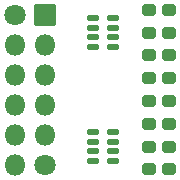
<source format=gts>
%TF.GenerationSoftware,KiCad,Pcbnew,6.0.4-6f826c9f35~116~ubuntu20.04.1*%
%TF.CreationDate,2022-04-19T18:42:39+07:00*%
%TF.ProjectId,pmod-led-array-8,706d6f64-2d6c-4656-942d-61727261792d,1.0*%
%TF.SameCoordinates,Original*%
%TF.FileFunction,Soldermask,Top*%
%TF.FilePolarity,Negative*%
%FSLAX46Y46*%
G04 Gerber Fmt 4.6, Leading zero omitted, Abs format (unit mm)*
G04 Created by KiCad (PCBNEW 6.0.4-6f826c9f35~116~ubuntu20.04.1) date 2022-04-19 18:42:39*
%MOMM*%
%LPD*%
G01*
G04 APERTURE LIST*
G04 Aperture macros list*
%AMRoundRect*
0 Rectangle with rounded corners*
0 $1 Rounding radius*
0 $2 $3 $4 $5 $6 $7 $8 $9 X,Y pos of 4 corners*
0 Add a 4 corners polygon primitive as box body*
4,1,4,$2,$3,$4,$5,$6,$7,$8,$9,$2,$3,0*
0 Add four circle primitives for the rounded corners*
1,1,$1+$1,$2,$3*
1,1,$1+$1,$4,$5*
1,1,$1+$1,$6,$7*
1,1,$1+$1,$8,$9*
0 Add four rect primitives between the rounded corners*
20,1,$1+$1,$2,$3,$4,$5,0*
20,1,$1+$1,$4,$5,$6,$7,0*
20,1,$1+$1,$6,$7,$8,$9,0*
20,1,$1+$1,$8,$9,$2,$3,0*%
G04 Aperture macros list end*
%ADD10RoundRect,0.288300X0.287500X0.237500X-0.287500X0.237500X-0.287500X-0.237500X0.287500X-0.237500X0*%
%ADD11RoundRect,0.050800X0.450000X0.200000X-0.450000X0.200000X-0.450000X-0.200000X0.450000X-0.200000X0*%
%ADD12RoundRect,0.050800X0.850000X0.850000X-0.850000X0.850000X-0.850000X-0.850000X0.850000X-0.850000X0*%
%ADD13O,1.801600X1.801600*%
%ADD14C,1.801600*%
G04 APERTURE END LIST*
D10*
%TO.C,7*%
X178175000Y-86790000D03*
X176425000Y-86790000D03*
%TD*%
%TO.C,4*%
X178175000Y-81000000D03*
X176425000Y-81000000D03*
%TD*%
D11*
%TO.C,R1*%
X173400000Y-75940000D03*
X173400000Y-76740000D03*
X173400000Y-77540000D03*
X173400000Y-78340000D03*
X171700000Y-75940000D03*
X171700000Y-76740000D03*
X171700000Y-77540000D03*
X171700000Y-78340000D03*
%TD*%
D10*
%TO.C,5*%
X178175000Y-82930000D03*
X176425000Y-82930000D03*
%TD*%
%TO.C,6*%
X178175000Y-84860000D03*
X176425000Y-84860000D03*
%TD*%
%TO.C,3*%
X178175000Y-79070000D03*
X176425000Y-79070000D03*
%TD*%
%TO.C,2*%
X178175000Y-77140000D03*
X176425000Y-77140000D03*
%TD*%
D12*
%TO.C,J1*%
X167640000Y-75650000D03*
D13*
X167640000Y-78190000D03*
X167640000Y-80730000D03*
X167640000Y-83270000D03*
X167640000Y-85810000D03*
D14*
X167640000Y-88350000D03*
X165100000Y-75650000D03*
D13*
X165100000Y-78190000D03*
X165100000Y-80730000D03*
X165100000Y-83270000D03*
X165100000Y-85810000D03*
X165100000Y-88350000D03*
%TD*%
D11*
%TO.C,R2*%
X173400000Y-85590000D03*
X173400000Y-86390000D03*
X173400000Y-87190000D03*
X173400000Y-87990000D03*
X171700000Y-85590000D03*
X171700000Y-86390000D03*
X171700000Y-87190000D03*
X171700000Y-87990000D03*
%TD*%
D10*
%TO.C,8*%
X178175000Y-88720000D03*
X176425000Y-88720000D03*
%TD*%
%TO.C,1*%
X178175000Y-75210000D03*
X176425000Y-75210000D03*
%TD*%
M02*

</source>
